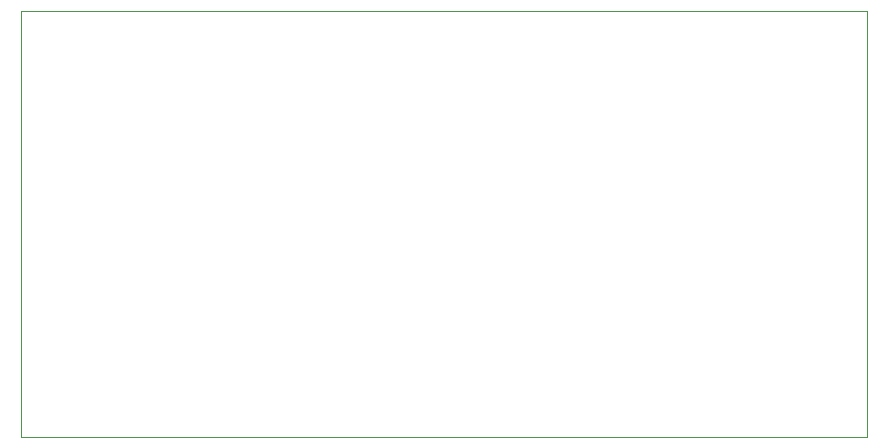
<source format=gbr>
G04 #@! TF.GenerationSoftware,KiCad,Pcbnew,(5.1.5)-3*
G04 #@! TF.CreationDate,2020-12-22T19:25:11+13:00*
G04 #@! TF.ProjectId,SensorNodeCircuit,53656e73-6f72-44e6-9f64-654369726375,rev?*
G04 #@! TF.SameCoordinates,Original*
G04 #@! TF.FileFunction,Profile,NP*
%FSLAX46Y46*%
G04 Gerber Fmt 4.6, Leading zero omitted, Abs format (unit mm)*
G04 Created by KiCad (PCBNEW (5.1.5)-3) date 2020-12-22 19:25:11*
%MOMM*%
%LPD*%
G04 APERTURE LIST*
%ADD10C,0.050000*%
G04 APERTURE END LIST*
D10*
X101600000Y-76200000D02*
X173228000Y-76200000D01*
X101600000Y-112268000D02*
X101600000Y-76200000D01*
X173228000Y-112268000D02*
X101600000Y-112268000D01*
X173228000Y-76200000D02*
X173228000Y-112268000D01*
M02*

</source>
